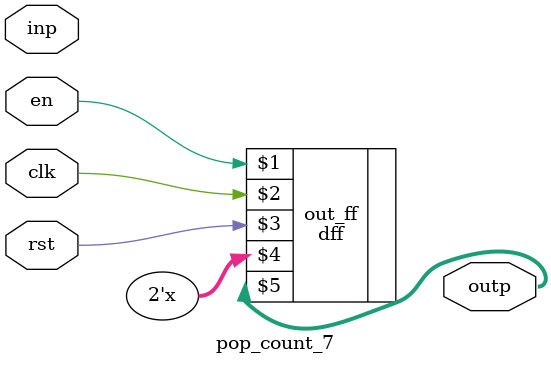
<source format=v>

`ifndef CENSUS_POP_COUNT_7_V_
`define CENSUS_POP_COUNT_7_V_

`timescale 1ns/1ps

`include "dff.v"
module pop_count_7#(
  parameter WIDTH=1
  ) (
    input wire en,
    input wire clk,
    input wire rst,

    input wire  [WIDTH-1:0] inp,
    output wire [$clog2(WIDTH)-1:0] outp
  );

  localparam m0 = 128'h55555555555555555555555555555555;
  localparam m1 = 128'h33333333333333333333333333333333;
  localparam m2 = 128'hf0f0f0f0f0f0f0f0f0f0f0f0f0f0f0f;
  localparam m3 = 128'hff00ff00ff00ff00ff00ff00ff00ff;
  localparam m4 = 128'hffff0000ffff0000ffff0000ffff;
  localparam m5 = 128'hffffffff00000000ffffffff;
  localparam m6 = 128'hffffffffffffffff;

  // Need to turn off of this lint check due to long-standing Verilator bug#63.
  /* verilator lint_off UNOPTFLAT */
  wire [WIDTH-1:0] x[$clog2(WIDTH)-1:0];
  dff#(.WIDTH($clog2(WIDTH))) 
    out_ff(en, clk, rst, x[$clog2(WIDTH)-1][$clog2(WIDTH)-1:0], outp);
  assign x[0] = (inp & m0[WIDTH-1:0]) + ((inp >> 1) & m0[WIDTH-1:0]);
  generate
  if ($clog2(WIDTH) >= 2) begin
    assign x[1] = (x[0] & m1[WIDTH-1:0]) + ((x[0] >> 2) & m1[WIDTH-1:0]);
  end
  if ($clog2(WIDTH) >= 3) begin
    assign x[2] = (x[1] & m2[WIDTH-1:0]) + ((x[1] >> 4) & m2[WIDTH-1:0]);
  end
  if ($clog2(WIDTH) >= 4) begin
    assign x[3] = (x[2] & m3[WIDTH-1:0]) + ((x[2] >> 8) & m3[WIDTH-1:0]);
  end
  if ($clog2(WIDTH) >= 5) begin
    assign x[4] = (x[3] & m4[WIDTH-1:0]) + ((x[3] >> 16) & m4[WIDTH-1:0]);
  end
  if ($clog2(WIDTH) >= 6) begin
    assign x[5] = (x[4] & m5[WIDTH-1:0]) + ((x[4] >> 32) & m5[WIDTH-1:0]);
  end
  if ($clog2(WIDTH) >= 7) begin
    assign x[6] = (x[5] & m6[WIDTH-1:0]) + ((x[5] >> 64) & m6[WIDTH-1:0]);
  end
  if ($clog2(WIDTH) > 7) begin
    initial begin
      assert(0); // Cannot handle widths larger than 128.
    end
  end
  endgenerate
  /* verilator lint_on UNOPTFLAT */

endmodule

`endif // CENSUS_POP_COUNT_7_V_


</source>
